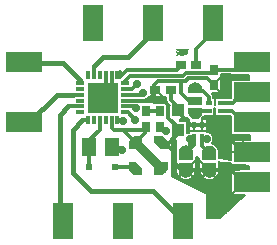
<source format=gtl>
G04 DipTrace 2.4.0.2*
%INminiEL.gtl*%
%MOMM*%
%ADD13C,0.305*%
%ADD14C,0.3*%
%ADD15C,0.4*%
%ADD16C,0.152*%
%ADD17C,0.127*%
%ADD18C,0.75*%
%ADD20R,1.0X1.1*%
%ADD21R,0.7X0.9*%
%ADD22R,1.3X1.5*%
%ADD23R,0.9X0.7*%
%ADD25R,0.6X0.6*%
%ADD26R,1.6X1.7*%
%ADD27R,2.032X1.7*%
%ADD28R,2.0X1.7*%
%ADD29R,1.7X1.6*%
%ADD30R,1.7X2.0*%
%ADD32R,0.5X0.4*%
%ADD34R,0.4X0.5*%
%ADD39R,0.3X0.8*%
%ADD40R,0.8X0.3*%
%ADD41R,2.52X2.52*%
%ADD42C,0.711*%
%ADD45R,1.2X0.737*%
%ADD46C,0.711*%
%FSLAX53Y53*%
G04*
G71*
G90*
G75*
G01*
%LNTop*%
%LPD*%
X19054Y19734D2*
D13*
X19272D1*
X19892Y19114D1*
X24847Y17662D2*
Y16994D1*
X24171Y16318D1*
X24538Y17461D2*
Y16994D1*
X24847D1*
X19054Y20234D2*
D14*
X19774D1*
D13*
X19935Y20073D1*
X25547Y17662D2*
Y17503D1*
Y16925D1*
X26164Y16309D1*
X25944Y17503D2*
X25547D1*
X23764Y23742D2*
Y23707D1*
X23397Y23340D1*
X19226D1*
X18603Y22717D1*
D14*
Y23113D1*
X18389Y22899D1*
X25064Y23742D2*
D13*
Y25064D1*
X26510Y26510D1*
X15224Y21234D2*
D14*
X14624D1*
D15*
X13266D1*
X10852Y18820D1*
X11200D1*
X11270Y18890D1*
X16889Y19069D2*
D14*
Y18517D1*
D13*
Y18270D1*
X15989Y17369D1*
Y16828D1*
Y15131D1*
X16012Y15107D1*
X15889Y19069D2*
D14*
X15415D1*
D15*
X14606Y18261D1*
Y14620D1*
X16158Y13069D1*
X21371D1*
X23170Y11270D1*
X23970D1*
X15224Y20234D2*
D14*
X14207D1*
D15*
X13497Y19524D1*
Y11270D1*
X13810D1*
X15224Y22234D2*
D14*
Y22472D1*
D15*
X13776Y23921D1*
X11319D1*
X11270Y23970D1*
X16389Y22899D2*
D14*
Y23626D1*
D15*
X17152Y24388D1*
X19308D1*
X21430Y26510D1*
X22885Y21658D2*
D13*
Y20811D1*
X23780Y19917D1*
X23527D1*
X23334D1*
X24601Y18650D1*
X24859D1*
X24847Y18662D1*
X25547D1*
X26738D1*
X29050Y16350D1*
X18389Y19069D2*
D14*
X18692D1*
D13*
X18799D1*
X18861Y19008D1*
X17889Y22899D2*
D14*
Y22347D1*
D13*
Y21734D1*
X17139Y20984D1*
X17389Y22899D2*
D14*
Y22347D1*
D13*
Y21234D1*
X17139Y20984D1*
X21978Y18511D2*
X22174D1*
X22506Y18179D1*
X17889Y16828D2*
X18440D1*
X18747Y16521D1*
X18861Y19008D2*
X18451D1*
D14*
X18389Y19069D1*
X16314Y20159D2*
D13*
X17139Y20984D1*
X18212Y15107D2*
X19820D1*
X19925Y15002D1*
X17889Y19069D2*
D14*
Y18445D1*
D13*
X18082Y18253D1*
X18834D1*
X19925Y17162D1*
X18834Y18253D2*
X20541D1*
X20813Y18525D1*
X20694D1*
Y17970D1*
X19886Y17162D1*
X19925D1*
X22085Y15002D1*
X20813Y19825D2*
X21964D1*
X21978Y19811D1*
X26539Y23350D2*
X28430D1*
X29050Y23970D1*
X19054Y22234D2*
X18839D1*
X19447Y22843D1*
X23926D1*
X24153Y23070D1*
X26259D1*
X26539Y23350D1*
X19054Y21734D2*
D14*
X19607D1*
D13*
X19617D1*
X20036Y22154D1*
X27126Y19831D2*
X28109D1*
X29050Y18890D1*
X19054Y21234D2*
D14*
X19607D1*
D13*
X20407D1*
X20579Y21407D1*
X27126Y20531D2*
X28151D1*
X29050Y21430D1*
X26126Y20531D2*
Y21055D1*
X25624Y21557D1*
X25236D1*
X24966Y21826D1*
X26126Y19831D2*
X25155D1*
X24966Y19642D1*
X19054Y20734D2*
D14*
X19783D1*
D13*
X20981D1*
X21368D1*
X21519Y20583D1*
X22442D1*
X22666Y20359D1*
Y19284D1*
X23732Y18217D1*
X23527D1*
X23776D1*
X22720Y17162D1*
X22085D1*
Y17470D1*
X23067Y16488D1*
Y15590D1*
X23800Y14857D1*
X24144D1*
X24171Y14830D1*
X26154D1*
X26164Y14820D1*
X28040D1*
X29050Y13810D1*
X20981Y20734D2*
X21668Y21422D1*
Y21658D1*
X21585D1*
X21495D1*
Y22025D1*
X21850Y22381D1*
X23746D1*
X24148D1*
X24379Y22612D1*
X25976D1*
X26539Y22050D1*
X24966Y20734D2*
X24407D1*
X23746Y21396D1*
Y22381D1*
D46*
X20036Y22154D3*
X20579Y21407D3*
X19892Y19114D3*
X19935Y20073D3*
X18861Y19008D3*
X24538Y17461D3*
X25944Y17503D3*
X22506Y18179D3*
X18747Y16521D3*
X23001Y17354D2*
D16*
X23359D1*
X23001Y17205D2*
X23359D1*
X23001Y17056D2*
X23359D1*
X23001Y16907D2*
X23359D1*
X23001Y16758D2*
X23359D1*
X23001Y16609D2*
X23359D1*
X23001Y16460D2*
X23323D1*
X23001Y16311D2*
X23321D1*
X23001Y16161D2*
X23321D1*
X23001Y16012D2*
X23309D1*
X23001Y15863D2*
X23309D1*
X25021D2*
X25314D1*
X23001Y15714D2*
X23309D1*
X25021D2*
X25314D1*
X23001Y15565D2*
X23309D1*
X24990D2*
X25352D1*
X23001Y15416D2*
X23309D1*
X25021D2*
X25314D1*
X27014D2*
X28000D1*
X23001Y15267D2*
X23309D1*
X25021D2*
X25314D1*
X27014D2*
X28000D1*
X23001Y15118D2*
X23309D1*
X25021D2*
X25314D1*
X27014D2*
X29548D1*
X23001Y14969D2*
X23321D1*
X25021D2*
X25314D1*
X27014D2*
X29548D1*
X23001Y14820D2*
X23321D1*
X25021D2*
X25314D1*
X27014D2*
X28000D1*
X23001Y14671D2*
X23326D1*
X25018D2*
X25317D1*
X27011D2*
X28000D1*
X23001Y14522D2*
X23376D1*
X24966D2*
X25364D1*
X26961D2*
X28000D1*
X23001Y14373D2*
X23452D1*
X24890D2*
X25438D1*
X26888D2*
X28000D1*
X23232Y14224D2*
X23557D1*
X24785D2*
X25543D1*
X26785D2*
X28000D1*
X23532Y14075D2*
X23778D1*
X24564D2*
X25752D1*
X26576D2*
X28000D1*
X23833Y13925D2*
X28000D1*
X24133Y13776D2*
X28000D1*
X24430Y13627D2*
X28000D1*
X24730Y13478D2*
X28000D1*
X25030Y13329D2*
X28000D1*
X25330Y13180D2*
X28000D1*
X25630Y13031D2*
X28000D1*
X25928Y12882D2*
X28000D1*
X26023Y12733D2*
X28000D1*
X26023Y12584D2*
X28993D1*
X26023Y12435D2*
X28836D1*
X26023Y12286D2*
X28676D1*
X26023Y12137D2*
X28517D1*
X26023Y11988D2*
X28357D1*
X26023Y11839D2*
X28200D1*
X26023Y11689D2*
X28041D1*
X26023Y11540D2*
X27881D1*
X26023Y11391D2*
X27722D1*
X26023Y11242D2*
X27564D1*
X26023Y11093D2*
X27405D1*
X26023Y10944D2*
X27245D1*
X26023Y10795D2*
X27086D1*
X23337Y14723D2*
Y15084D1*
X23324D1*
Y16081D1*
X23337D1*
Y16440D1*
X23352Y16523D1*
X23374Y16583D1*
Y17435D1*
X22987Y17433D1*
X22986Y14336D1*
X23068Y14299D1*
X25966Y12857D1*
X26007Y12794D1*
X26008Y12560D1*
Y10771D1*
X27072Y10768D1*
X29161Y12726D1*
X28016D1*
Y14894D1*
X29562Y14898D1*
Y15157D1*
X28983Y15256D1*
X28925Y15266D1*
X28016D1*
Y15416D1*
X27816Y15451D1*
X27130D1*
X27076Y15475D1*
X26974Y15585D1*
X26979Y15531D1*
X26995Y15473D1*
X26998Y15347D1*
X26996Y14668D1*
X26978Y14602D1*
X26910Y14428D1*
X26834Y14316D1*
X26737Y14180D1*
X26690Y14141D1*
X26455Y14022D1*
X26390Y14005D1*
X26174Y13969D1*
X26108Y13975D1*
X25893Y14015D1*
X25804Y14056D1*
X25633Y14144D1*
X25587Y14184D1*
X25432Y14404D1*
X25404Y14458D1*
X25335Y14645D1*
X25329Y14713D1*
X25331Y15469D1*
X25347Y15527D1*
X25367Y15565D1*
X25335Y15641D1*
X25329Y15767D1*
Y15865D1*
X25007Y15919D1*
X25006Y15700D1*
X24988Y15611D1*
X24972Y15568D1*
X24996Y15512D1*
X25006Y15447D1*
X25004Y14677D1*
X24985Y14611D1*
X24918Y14437D1*
X24842Y14326D1*
X24744Y14189D1*
X24698Y14150D1*
X24462Y14032D1*
X24397Y14014D1*
X24182Y13978D1*
X24115Y13984D1*
X23901Y14024D1*
X23812Y14065D1*
X23640Y14153D1*
X23595Y14194D1*
X23439Y14413D1*
X23411Y14467D1*
X23343Y14654D1*
X23337Y14718D1*
Y14723D1*
X24171Y14830D2*
X24769Y14222D1*
X24939Y15610D2*
X23573Y14222D1*
X25396Y15601D2*
X26762Y14213D1*
X26164Y14820D2*
X25566Y14213D1*
X28016Y14894D2*
X29050Y13810D1*
X28016Y12726D1*
X25679Y19355D2*
D17*
X28017D1*
X24261Y19232D2*
X24340D1*
X25592D2*
X28017D1*
X23684Y19108D2*
X24414D1*
X25981D2*
X28017D1*
X24261Y18984D2*
X24414D1*
X25981D2*
X28017D1*
X24261Y18861D2*
X24414D1*
X25981D2*
X28017D1*
X24261Y18737D2*
X24414D1*
X25981D2*
X28017D1*
X24261Y18613D2*
X24414D1*
X25981D2*
X28017D1*
X24261Y18490D2*
X24414D1*
X25981D2*
X28017D1*
X24261Y18366D2*
X24414D1*
X25981D2*
X28017D1*
X24261Y18242D2*
X24414D1*
X25981D2*
X28017D1*
X24261Y18119D2*
X24414D1*
X25981D2*
X28017D1*
X26255Y17995D2*
X28017D1*
X26398Y17871D2*
X28017D1*
X26477Y17748D2*
X29601D1*
X26519Y17624D2*
X29601D1*
X26533Y17500D2*
X29603D1*
X26519Y17377D2*
X28017D1*
X26475Y17253D2*
X28017D1*
X26394Y17129D2*
X28017D1*
X26640Y17006D2*
X28017D1*
X26781Y16882D2*
X28017D1*
X26868Y16758D2*
X28017D1*
X26935Y16635D2*
X28017D1*
X26981Y16511D2*
X28017D1*
X26997Y16387D2*
X28017D1*
X26997Y16264D2*
X28017D1*
X26997Y16140D2*
X28017D1*
X26997Y16016D2*
X28017D1*
X26997Y15893D2*
X28017D1*
X27727Y15769D2*
X28017D1*
X26984Y16367D2*
Y15889D1*
X27189Y15857D1*
X28028Y15717D1*
X28029Y15927D1*
Y17421D1*
X29617D1*
X29612Y17820D1*
X29083Y17819D1*
X28029D1*
Y19385D1*
X27954Y19458D1*
X27595D1*
X27596Y19411D1*
X26655D1*
Y20072D1*
X26597Y20078D1*
X26596Y19411D1*
X25702D1*
X25578Y19229D1*
X25547Y19185D1*
X25502Y19137D1*
X25508Y19132D1*
X25968D1*
Y18191D1*
X24427D1*
Y19132D1*
X24437D1*
X24385Y19185D1*
X24246Y19383D1*
X24247Y19146D1*
X23670D1*
X23671Y18985D1*
X23822Y18988D1*
X24247D1*
X24249Y17960D1*
X24306Y17988D1*
X24365Y18011D1*
X24425Y18026D1*
X24427Y18132D1*
X25268Y18130D1*
X25317Y18132D1*
X25968D1*
Y18079D1*
X26084Y18061D1*
X26145Y18043D1*
X26203Y18017D1*
X26258Y17985D1*
X26309Y17948D1*
X26356Y17905D1*
X26398Y17857D1*
X26434Y17805D1*
X26464Y17749D1*
X26488Y17690D1*
X26506Y17629D1*
X26516Y17567D1*
X26520Y17503D1*
X26516Y17439D1*
X26506Y17377D1*
X26489Y17316D1*
X26465Y17257D1*
X26434Y17201D1*
X26368Y17114D1*
X26462Y17088D1*
X26662Y16988D1*
X26705Y16960D1*
X26744Y16917D1*
X26884Y16717D1*
X26910Y16668D1*
X26970Y16508D1*
X26984Y16431D1*
Y16367D1*
X29050Y17420D2*
Y16350D1*
X28030D2*
X29050D1*
X25547Y19132D2*
Y18191D1*
Y18662D2*
X25967D1*
X24847D2*
Y18191D1*
X24427Y18662D2*
X24847D1*
X27138Y22958D2*
D16*
X28001D1*
X27138Y22809D2*
X29503D1*
X27138Y22660D2*
X29506D1*
X27138Y22510D2*
X28001D1*
X27138Y22361D2*
X28001D1*
X27138Y22212D2*
X28001D1*
X27138Y22063D2*
X28001D1*
X27138Y21914D2*
X28001D1*
X27138Y21765D2*
X28001D1*
X27138Y21616D2*
X28001D1*
X27138Y21467D2*
X28001D1*
X26424Y21318D2*
X28001D1*
X26510Y21169D2*
X28001D1*
X21040Y21020D2*
X22483D1*
X26526D2*
X28001D1*
X20840Y20871D2*
X22483D1*
X21187Y20722D2*
X22495D1*
X21826Y20573D2*
X22567D1*
X22578Y20424D2*
X22712D1*
X22792Y20345D2*
Y20359D1*
X22781Y20346D1*
X22793Y20343D1*
X22752Y20398D1*
X22612Y20538D1*
X22564Y20597D1*
X22528Y20664D1*
X22506Y20737D1*
X22499Y20811D1*
Y21076D1*
X22201Y21073D1*
X21065D1*
X21001Y20994D1*
X20944Y20943D1*
X20881Y20900D1*
X20813Y20865D1*
X20702Y20831D1*
X22144Y20495D1*
X22562D1*
Y20397D1*
X22781Y20346D1*
X29515Y22886D2*
X28016D1*
Y22964D1*
X27122Y22963D1*
X27121Y22666D1*
X27123Y22597D1*
Y21366D1*
X26362D1*
X26447Y21270D1*
X26483Y21203D1*
X26505Y21130D1*
X26513Y21055D1*
Y20967D1*
X26610Y20966D1*
Y20377D1*
X26641Y20402D1*
Y20966D1*
X27610D1*
Y20916D1*
X27964Y20918D1*
X27990D1*
X28016Y20955D1*
Y22514D1*
X29523D1*
X29516Y22886D1*
X29086D1*
Y22888D1*
X21585Y21658D2*
X22270Y21073D1*
X26539Y22050D2*
X27123Y21366D1*
Y22734D2*
X26539Y22050D1*
G36*
X23571Y14707D2*
Y15447D1*
X24771D1*
Y14707D1*
X24711Y14547D1*
X24571Y14347D1*
X24371Y14247D1*
X24171Y14212D1*
X23971Y14247D1*
X23771Y14347D1*
X23631Y14547D1*
X23571Y14707D1*
G37*
G36*
X24771Y16440D2*
Y15700D1*
X23571D1*
Y16440D1*
X23631Y16600D1*
X23771Y16800D1*
X23971Y16900D1*
X24171Y16936D1*
X24371Y16900D1*
X24571Y16800D1*
X24711Y16600D1*
X24771Y16440D1*
G37*
G36*
X25564Y14698D2*
Y15438D1*
X26764D1*
Y14698D1*
X26704Y14538D1*
X26564Y14338D1*
X26364Y14238D1*
X26164Y14203D1*
X25964Y14238D1*
X25764Y14338D1*
X25624Y14538D1*
X25564Y14698D1*
G37*
G36*
X26764Y16431D2*
Y15691D1*
X25564D1*
Y16431D1*
X25624Y16591D1*
X25764Y16791D1*
X25964Y16891D1*
X26164Y16927D1*
X26364Y16891D1*
X26564Y16791D1*
X26704Y16591D1*
X26764Y16431D1*
G37*
D20*
X23527Y18217D3*
Y19917D3*
D21*
X21978Y19811D3*
Y18511D3*
D22*
X15989Y16828D3*
X17889D3*
D23*
X21585Y21658D3*
X22885D3*
X25064Y23742D3*
X23764D3*
D25*
X16012Y15107D3*
X18212D3*
D26*
X29050Y13810D3*
Y16350D3*
D27*
X30320Y13810D3*
Y16350D3*
D26*
X29050Y23970D3*
D28*
X30320D3*
D26*
X29050Y18890D3*
Y21430D3*
D27*
X30320Y18890D3*
Y21430D3*
D29*
X21430Y26510D3*
D30*
Y27780D3*
D26*
X11270Y18890D3*
D28*
X10000D3*
D29*
X26510Y26510D3*
D30*
Y27780D3*
D29*
X18890Y11270D3*
D30*
Y10000D3*
D29*
X16350Y26510D3*
D30*
Y27780D3*
D26*
X11270Y23970D3*
D28*
X10000D3*
D29*
X13810Y11270D3*
D30*
Y10000D3*
D29*
X23970Y11270D3*
D30*
Y10000D3*
G36*
X20495Y17132D2*
X19955Y16592D1*
X19355D1*
Y17272D1*
X19815Y17732D1*
X20495D1*
Y17132D1*
G37*
G36*
X19955Y15572D2*
X20495Y15032D1*
Y14432D1*
X19815D1*
X19355Y14892D1*
Y15572D1*
X19955D1*
G37*
G36*
X21515Y15032D2*
X22055Y15572D1*
X22655D1*
Y14892D1*
X22195Y14432D1*
X21515D1*
Y15032D1*
G37*
G36*
X22055Y16592D2*
X21515Y17132D1*
Y17732D1*
X22195D1*
X22655Y17272D1*
Y16592D1*
X22055D1*
G37*
D21*
X20813Y19825D3*
Y18525D3*
D32*
X26126Y20531D3*
Y19831D3*
X27126D3*
Y20531D3*
D34*
X25547Y18662D3*
X24847D3*
Y17662D3*
X25547D3*
D21*
X26539Y23350D3*
Y22050D3*
D39*
X15889Y19069D3*
X16389D3*
X16889D3*
X17389D3*
X17889D3*
X18389D3*
D40*
X19054Y19734D3*
Y20234D3*
Y20734D3*
Y21234D3*
Y21734D3*
Y22234D3*
D39*
X18389Y22899D3*
X17889D3*
X17389D3*
X16889D3*
X16389D3*
X15889D3*
D40*
X15224Y22234D3*
Y21734D3*
Y21234D3*
Y20734D3*
Y20234D3*
Y19734D3*
D41*
X17139Y20984D3*
D42*
X16314Y20159D3*
X17979D3*
X16314Y21809D3*
X17964D3*
X17154Y20984D3*
X17139Y21794D3*
Y20159D3*
X16314Y20984D3*
X17979D3*
G36*
X24408Y25132D2*
X24379Y24941D1*
X24319Y24794D1*
X24243Y24700D1*
X24167Y24624D1*
X24054Y24560D1*
X23989Y24535D1*
X23894Y24515D1*
X23843Y24504D1*
X23760Y24499D1*
X23695Y24522D1*
X23657Y24560D1*
X23632Y24586D1*
X23568Y24598D1*
X23543Y24593D1*
X23492Y24578D1*
X23464Y24548D1*
X23365Y24629D1*
X23416Y24705D1*
Y24723D1*
X23327Y24759D1*
X23314Y24814D1*
X23304Y24916D1*
X23557Y24809D1*
X23589D1*
X23632Y24817D1*
X23642Y24840D1*
X23622Y24890D1*
X23506Y24954D1*
X23335Y25025D1*
X23360Y25076D1*
X23424Y25130D1*
X23614Y25056D1*
X23608Y25094D1*
Y25132D1*
X24408D1*
G37*
G36*
X25566Y21797D2*
Y21357D1*
X24366D1*
Y21797D1*
X24426Y21957D1*
X24566Y22157D1*
X24766Y22257D1*
X24966Y22295D1*
X25166Y22257D1*
X25366Y22157D1*
X25506Y21957D1*
X25566Y21797D1*
G37*
G36*
X24366Y19671D2*
Y20111D1*
X25566D1*
Y19671D1*
X25506Y19511D1*
X25366Y19311D1*
X25166Y19211D1*
X24966Y19173D1*
X24766Y19211D1*
X24566Y19311D1*
X24426Y19511D1*
X24366Y19671D1*
G37*
D45*
X24966Y20734D3*
X19985Y17102D2*
D18*
X22115Y14972D1*
M02*

</source>
